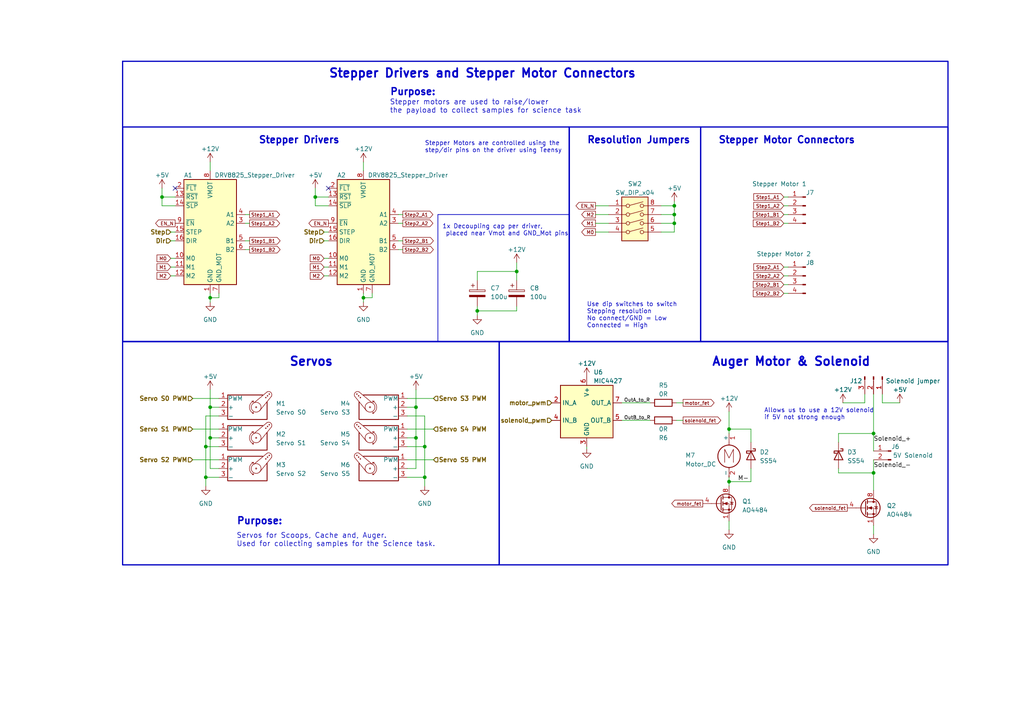
<source format=kicad_sch>
(kicad_sch (version 20231120) (generator "eeschema") (generator_version "8.0")
  (paper "A4")
  (title_block (date "2023-11-28") (rev "2") (company "Matthew Szalawiga"))
  (lib_symbols
    (symbol "Connector:Conn_01x02_Pin" (pin_names (offset 1.016) hide)
      (property "Reference" "J" (at 0 2.54 0))
      (property "Value" "Conn_01x02_Pin" (at 0 -5.08 0))
      (symbol "Conn_01x02_Pin_1_1"
        (polyline (pts (xy 1.27 -2.54) (xy 0.8636 -2.54)) (stroke (width 0.1524)))
        (polyline (pts (xy 1.27 0) (xy 0.8636 0)) (stroke (width 0.1524)))
        (rectangle (start 0.8636 -2.413) (end 0 -2.667) (stroke (width 0.1524)) (fill (type outline)))
        (rectangle (start 0.8636 0.127) (end 0 -0.127) (stroke (width 0.1524)) (fill (type outline)))
        (pin passive line (at 5.08 0 180) (length 3.81) (name "Pin_1") (number "1"))
        (pin passive line (at 5.08 -2.54 180) (length 3.81) (name "Pin_2") (number "2"))
      )
    )
    (symbol "Connector:Conn_01x03_Pin" (pin_names (offset 1.016) hide)
      (property "Reference" "J" (at 0 5.08 0))
      (property "Value" "Conn_01x03_Pin" (at 0 -5.08 0))
      (symbol "Conn_01x03_Pin_1_1"
        (polyline (pts (xy 1.27 -2.54) (xy 0.8636 -2.54)) (stroke (width 0.1524)))
        (polyline (pts (xy 1.27 0) (xy 0.8636 0)) (stroke (width 0.1524)))
        (polyline (pts (xy 1.27 2.54) (xy 0.8636 2.54)) (stroke (width 0.1524)))
        (rectangle (start 0.8636 -2.413) (end 0 -2.667) (stroke (width 0.1524)) (fill (type outline)))
        (rectangle (start 0.8636 0.127) (end 0 -0.127) (stroke (width 0.1524)) (fill (type outline)))
        (rectangle (start 0.8636 2.667) (end 0 2.413) (stroke (width 0.1524)) (fill (type outline)))
        (pin passive line (at 5.08 2.54 180) (length 3.81) (name "Pin_1") (number "1"))
        (pin passive line (at 5.08 0 180) (length 3.81) (name "Pin_2") (number "2"))
        (pin passive line (at 5.08 -2.54 180) (length 3.81) (name "Pin_3") (number "3"))
      )
    )
    (symbol "Connector:Conn_01x04_Pin" (pin_names (offset 1.016) hide)
      (property "Reference" "J" (at 0 5.08 0))
      (property "Value" "Conn_01x04_Pin" (at 0 -7.62 0))
      (symbol "Conn_01x04_Pin_1_1"
        (polyline (pts (xy 1.27 -5.08) (xy 0.8636 -5.08)) (stroke (width 0.1524)))
        (polyline (pts (xy 1.27 -2.54) (xy 0.8636 -2.54)) (stroke (width 0.1524)))
        (polyline (pts (xy 1.27 0) (xy 0.8636 0)) (stroke (width 0.1524)))
        (polyline (pts (xy 1.27 2.54) (xy 0.8636 2.54)) (stroke (width 0.1524)))
        (rectangle (start 0.8636 -4.953) (end 0 -5.207) (stroke (width 0.1524)) (fill (type outline)))
        (rectangle (start 0.8636 -2.413) (end 0 -2.667) (stroke (width 0.1524)) (fill (type outline)))
        (rectangle (start 0.8636 0.127) (end 0 -0.127) (stroke (width 0.1524)) (fill (type outline)))
        (rectangle (start 0.8636 2.667) (end 0 2.413) (stroke (width 0.1524)) (fill (type outline)))
        (pin passive line (at 5.08 2.54 180) (length 3.81) (name "Pin_1") (number "1"))
        (pin passive line (at 5.08 0 180) (length 3.81) (name "Pin_2") (number "2"))
        (pin passive line (at 5.08 -2.54 180) (length 3.81) (name "Pin_3") (number "3"))
        (pin passive line (at 5.08 -5.08 180) (length 3.81) (name "Pin_4") (number "4"))
      )
    )
    (symbol "Device:C_Polarized" (pin_numbers hide) (pin_names (offset 0.254))
      (property "Reference" "C" (at 0.635 2.54 0))
      (property "Value" "C_Polarized" (at 0.635 -2.54 0))
      (symbol "C_Polarized_0_1"
        (rectangle (start -2.286 0.508) (end 2.286 1.016))
        (polyline (pts (xy -1.778 2.286) (xy -0.762 2.286)))
        (polyline (pts (xy -1.27 2.794) (xy -1.27 1.778)))
        (rectangle (start 2.286 -0.508) (end -2.286 -1.016) (fill (type outline)))
      )
      (symbol "C_Polarized_1_1"
        (pin passive line (at 0 3.81 270) (length 2.794) (name "~") (number "1"))
        (pin passive line (at 0 -3.81 90) (length 2.794) (name "~") (number "2"))
      )
    )
    (symbol "Device:R" (pin_numbers hide) (pin_names (offset 0))
      (property "Reference" "R" (at 2.032 0 90))
      (property "Value" "R" (at 0 0 90))
      (symbol "R_0_1"
        (rectangle (start -1.016 -2.54) (end 1.016 2.54) (stroke (width 0.254)))
      )
      (symbol "R_1_1"
        (pin passive line (at 0 3.81 270) (length 1.27) (name "~") (number "1"))
        (pin passive line (at 0 -3.81 90) (length 1.27) (name "~") (number "2"))
      )
    )
    (symbol "Diode:B150-E3" (pin_numbers hide) (pin_names hide)
      (property "Reference" "D" (at 0 2.54 0))
      (property "Value" "B150-E3" (at 0 -2.54 0))
      (symbol "B150-E3_0_1"
        (polyline (pts (xy 1.27 0) (xy -1.27 0)))
        (polyline (pts (xy 1.27 1.27) (xy 1.27 -1.27) (xy -1.27 0) (xy 1.27 1.27)) (stroke (width 0.254)))
        (polyline (pts (xy -1.905 0.635) (xy -1.905 1.27) (xy -1.27 1.27) (xy -1.27 -1.27) (xy -0.635 -1.27) (xy -0.635 -0.635)) (stroke (width 0.254)))
      )
      (symbol "B150-E3_1_1"
        (pin passive line (at -3.81 0 0) (length 2.54) (name "K") (number "1"))
        (pin passive line (at 3.81 0 180) (length 2.54) (name "A") (number "2"))
      )
    )
    (symbol "Driver_FET:MIC4427"
      (property "Reference" "U" (at -7.62 8.89 0))
      (property "Value" "MIC4427" (at 1.27 8.89 0))
      (symbol "MIC4427_0_1"
        (rectangle (start -7.62 -7.62) (end 7.62 7.62) (stroke (width 0.254)) (fill (type background)))
      )
      (symbol "MIC4427_1_1"
        (pin no_connect line (at -7.62 0 0) (length 2.54) hide (name "NC") (number "1"))
        (pin input line (at -10.16 2.54 0) (length 2.54) (name "IN_A") (number "2"))
        (pin power_in line (at 0 -10.16 90) (length 2.54) (name "GND") (number "3"))
        (pin input line (at -10.16 -2.54 0) (length 2.54) (name "IN_B") (number "4"))
        (pin output line (at 10.16 -2.54 180) (length 2.54) (name "OUT_B") (number "5"))
        (pin power_in line (at 0 10.16 270) (length 2.54) (name "V+") (number "6"))
        (pin output line (at 10.16 2.54 180) (length 2.54) (name "OUT_A") (number "7"))
        (pin no_connect line (at 7.62 0 180) (length 2.54) hide (name "NC") (number "8"))
      )
    )
    (symbol "Driver_Motor:Pololu_Breakout_DRV8825"
      (property "Reference" "A2" (at 1.9559 16.51 0))
      (property "Value" "DRV8825_Stepper_Driver" (at 1.9559 13.97 0))
      (symbol "Pololu_Breakout_DRV8825_0_1"
        (rectangle (start 7.62 -17.78) (end -7.62 12.7) (stroke (width 0.254)) (fill (type background)))
      )
      (symbol "Pololu_Breakout_DRV8825_1_1"
        (pin power_in line (at 0 -20.32 90) (length 2.54) (name "GND") (number "1"))
        (pin input line (at -10.16 -10.16 0) (length 2.54) (name "M0") (number "10"))
        (pin input line (at -10.16 -12.7 0) (length 2.54) (name "M1") (number "11"))
        (pin input line (at -10.16 -15.24 0) (length 2.54) (name "M2") (number "12"))
        (pin input line (at -10.16 7.62 0) (length 2.54) (name "~{RST}") (number "13"))
        (pin input line (at -10.16 5.08 0) (length 2.54) (name "~{SLP}") (number "14"))
        (pin input line (at -10.16 -2.54 0) (length 2.54) (name "STEP") (number "15"))
        (pin input line (at -10.16 -5.08 0) (length 2.54) (name "DIR") (number "16"))
        (pin output line (at -10.16 10.16 0) (length 2.54) (name "~{FLT}") (number "2"))
        (pin output line (at 10.16 0 180) (length 2.54) (name "A2") (number "3"))
        (pin output line (at 10.16 2.54 180) (length 2.54) (name "A1") (number "4"))
        (pin output line (at 10.16 -5.08 180) (length 2.54) (name "B1") (number "5"))
        (pin output line (at 10.16 -7.62 180) (length 2.54) (name "B2") (number "6"))
        (pin power_in line (at 2.54 -20.32 90) (length 2.54) (name "GND_MOT") (number "7"))
        (pin power_in line (at 0 15.24 270) (length 2.54) (name "VMOT") (number "8"))
        (pin input line (at -10.16 0 0) (length 2.54) (name "~{EN}") (number "9"))
      )
    )
    (symbol "Motor:Motor_DC" (pin_names (offset 0))
      (property "Reference" "M" (at 2.54 2.54 0))
      (property "Value" "Motor_DC" (at 2.54 -5.08 0))
      (symbol "Motor_DC_0_0"
        (polyline (pts (xy -1.27 -3.302) (xy -1.27 0.508) (xy 0 -2.032) (xy 1.27 0.508) (xy 1.27 -3.302)))
      )
      (symbol "Motor_DC_0_1"
        (circle (center 0 -1.524) (radius 3.2512) (stroke (width 0.254)))
        (polyline (pts (xy 0 -7.62) (xy 0 -7.112)))
        (polyline (pts (xy 0 -4.7752) (xy 0 -5.1816)))
        (polyline (pts (xy 0 1.7272) (xy 0 2.0828)))
        (polyline (pts (xy 0 2.032) (xy 0 2.54)))
      )
      (symbol "Motor_DC_1_1"
        (pin passive line (at 0 5.08 270) (length 2.54) (name "+") (number "1"))
        (pin passive line (at 0 -7.62 90) (length 2.54) (name "-") (number "2"))
      )
    )
    (symbol "Motor:Motor_Servo" (pin_names (offset 0.0254))
      (property "Reference" "M" (at -5.08 4.445 0))
      (property "Value" "Motor_Servo" (at -5.08 -4.064 0))
      (symbol "Motor_Servo_0_1"
        (polyline (pts (xy 2.413 -1.778) (xy 2.032 -1.778)))
        (polyline (pts (xy 2.413 -1.778) (xy 2.286 -1.397)))
        (polyline (pts (xy 2.413 1.778) (xy 1.905 1.778)))
        (polyline (pts (xy 2.413 1.778) (xy 2.286 1.397)))
        (polyline (pts (xy 6.35 4.445) (xy 2.54 1.27)))
        (polyline (pts (xy 7.62 3.175) (xy 4.191 -1.016)))
        (polyline (pts (xy 5.08 3.556) (xy -5.08 3.556) (xy -5.08 -3.556) (xy 6.35 -3.556) (xy 6.35 1.524)) (stroke (width 0.254)))
        (arc (start 2.413 1.778) (mid 1.2406 0) (end 2.413 -1.778))
        (circle (center 3.175 0) (radius 0.1778))
        (circle (center 3.175 0) (radius 1.4224))
        (circle (center 5.969 2.794) (radius 0.127))
        (circle (center 6.477 3.302) (radius 0.127))
        (circle (center 6.985 3.81) (radius 0.127))
        (arc (start 7.62 3.175) (mid 7.4485 4.2735) (end 6.35 4.445))
      )
      (symbol "Motor_Servo_1_1"
        (pin passive line (at -7.62 2.54 0) (length 2.54) (name "PWM") (number "1"))
        (pin passive line (at -7.62 0 0) (length 2.54) (name "+") (number "2"))
        (pin passive line (at -7.62 -2.54 0) (length 2.54) (name "-") (number "3"))
      )
    )
    (symbol "Pololu_Breakout_DRV8825_1"
      (property "Reference" "A1" (at -1.9559 16.51 0))
      (property "Value" "DRV8825_Stepper_Driver" (at -1.9559 13.97 0))
      (symbol "Pololu_Breakout_DRV8825_1_0_1"
        (rectangle (start 7.62 -17.78) (end -7.62 12.7) (stroke (width 0.254)) (fill (type background)))
      )
      (symbol "Pololu_Breakout_DRV8825_1_1_1"
        (pin power_in line (at 0 -20.32 90) (length 2.54) (name "GND") (number "1"))
        (pin input line (at -10.16 -10.16 0) (length 2.54) (name "M0") (number "10"))
        (pin input line (at -10.16 -12.7 0) (length 2.54) (name "M1") (number "11"))
        (pin input line (at -10.16 -15.24 0) (length 2.54) (name "M2") (number "12"))
        (pin input line (at -10.16 7.62 0) (length 2.54) (name "~{RST}") (number "13"))
        (pin input line (at -10.16 5.08 0) (length 2.54) (name "~{SLP}") (number "14"))
        (pin input line (at -10.16 -2.54 0) (length 2.54) (name "STEP") (number "15"))
        (pin input line (at -10.16 -5.08 0) (length 2.54) (name "DIR") (number "16"))
        (pin output line (at -10.16 10.16 0) (length 2.54) (name "~{FLT}") (number "2"))
        (pin output line (at 10.16 0 180) (length 2.54) (name "A2") (number "3"))
        (pin output line (at 10.16 2.54 180) (length 2.54) (name "A1") (number "4"))
        (pin output line (at 10.16 -5.08 180) (length 2.54) (name "B1") (number "5"))
        (pin output line (at 10.16 -7.62 180) (length 2.54) (name "B2") (number "6"))
        (pin power_in line (at 2.54 -20.32 90) (length 2.54) (name "GND_MOT") (number "7"))
        (pin power_in line (at 0 15.24 270) (length 2.54) (name "VMOT") (number "8"))
        (pin input line (at -10.16 0 0) (length 2.54) (name "~{EN}") (number "9"))
      )
    )
    (symbol "Switch:SW_DIP_x04" (pin_names (offset 0) hide)
      (property "Reference" "SW" (at 0 8.89 0))
      (property "Value" "SW_DIP_x04" (at 0 -6.35 0))
      (symbol "SW_DIP_x04_0_0"
        (circle (center -2.032 -2.54) (radius 0.508))
        (circle (center -2.032 0) (radius 0.508))
        (circle (center -2.032 2.54) (radius 0.508))
        (circle (center -2.032 5.08) (radius 0.508))
        (polyline (pts (xy -1.524 -2.3876) (xy 2.3622 -1.3462)))
        (polyline (pts (xy -1.524 0.127) (xy 2.3622 1.1684)))
        (polyline (pts (xy -1.524 2.667) (xy 2.3622 3.7084)))
        (polyline (pts (xy -1.524 5.207) (xy 2.3622 6.2484)))
        (circle (center 2.032 -2.54) (radius 0.508))
        (circle (center 2.032 0) (radius 0.508))
        (circle (center 2.032 2.54) (radius 0.508))
        (circle (center 2.032 5.08) (radius 0.508))
      )
      (symbol "SW_DIP_x04_0_1"
        (rectangle (start -3.81 7.62) (end 3.81 -5.08) (stroke (width 0.254)) (fill (type background)))
      )
      (symbol "SW_DIP_x04_1_1"
        (pin passive line (at -7.62 5.08 0) (length 5.08) (name "~") (number "1"))
        (pin passive line (at -7.62 2.54 0) (length 5.08) (name "~") (number "2"))
        (pin passive line (at -7.62 0 0) (length 5.08) (name "~") (number "3"))
        (pin passive line (at -7.62 -2.54 0) (length 5.08) (name "~") (number "4"))
        (pin passive line (at 7.62 -2.54 180) (length 5.08) (name "~") (number "5"))
        (pin passive line (at 7.62 0 180) (length 5.08) (name "~") (number "6"))
        (pin passive line (at 7.62 2.54 180) (length 5.08) (name "~") (number "7"))
        (pin passive line (at 7.62 5.08 180) (length 5.08) (name "~") (number "8"))
      )
    )
    (symbol "Transistor_FET:FDS2734" (pin_names hide)
      (property "Reference" "Q" (at 5.08 2.54 0))
      (property "Value" "FDS2734" (at 5.08 0 0))
      (symbol "FDS2734_0_1"
        (polyline (pts (xy 0.254 0) (xy -2.54 0)))
        (polyline (pts (xy 0.254 1.905) (xy 0.254 -1.905)) (stroke (width 0.254)))
        (polyline (pts (xy 0.762 -1.27) (xy 0.762 -2.286)) (stroke (width 0.254)))
        (polyline (pts (xy 0.762 0.508) (xy 0.762 -0.508)) (stroke (width 0.254)))
        (polyline (pts (xy 0.762 2.286) (xy 0.762 1.27)) (stroke (width 0.254)))
        (polyline (pts (xy 2.54 2.54) (xy 2.54 1.778)))
        (polyline (pts (xy 2.54 -2.54) (xy 2.54 0) (xy 0.762 0)))
        (polyline (pts (xy 0.762 -1.778) (xy 3.302 -1.778) (xy 3.302 1.778) (xy 0.762 1.778)))
        (polyline (pts (xy 1.016 0) (xy 2.032 0.381) (xy 2.032 -0.381) (xy 1.016 0)) (fill (type outline)))
        (polyline (pts (xy 2.794 0.508) (xy 2.921 0.381) (xy 3.683 0.381) (xy 3.81 0.254)))
        (polyline (pts (xy 3.302 0.381) (xy 2.921 -0.254) (xy 3.683 -0.254) (xy 3.302 0.381)))
        (circle (center 1.651 0) (radius 2.794) (stroke (width 0.254)))
        (circle (center 2.54 -1.778) (radius 0.254) (fill (type outline)))
        (circle (center 2.54 1.778) (radius 0.254) (fill (type outline)))
      )
      (symbol "FDS2734_1_1"
        (pin passive line (at 2.54 -5.08 90) (length 2.54) (name "S") (number "1"))
        (pin passive line (at 2.54 -5.08 90) (length 2.54) hide (name "S") (number "2"))
        (pin passive line (at 2.54 -5.08 90) (length 2.54) hide (name "S") (number "3"))
        (pin input line (at -5.08 0 0) (length 2.54) (name "G") (number "4"))
        (pin passive line (at 2.54 5.08 270) (length 2.54) hide (name "D") (number "5"))
        (pin passive line (at 2.54 5.08 270) (length 2.54) hide (name "D") (number "6"))
        (pin passive line (at 2.54 5.08 270) (length 2.54) hide (name "D") (number "7"))
        (pin passive line (at 2.54 5.08 270) (length 2.54) (name "D") (number "8"))
      )
    )
    (symbol "power:+12V" (power) (pin_names (offset 0))
      (property "Value" "+12V" (at 0 3.556 0))
      (symbol "+12V_0_1"
        (polyline (pts (xy -0.762 1.27) (xy 0 2.54)))
        (polyline (pts (xy 0 0) (xy 0 2.54)))
        (polyline (pts (xy 0 2.54) (xy 0.762 1.27)))
      )
      (symbol "+12V_1_1"
        (pin power_in line (at 0 0 90) (length 0) hide (name "+12V") (number "1"))
      )
    )
    (symbol "power:+5V" (power) (pin_names (offset 0))
      (property "Value" "+5V" (at 0 3.556 0))
      (symbol "+5V_0_1"
        (polyline (pts (xy -0.762 1.27) (xy 0 2.54)))
        (polyline (pts (xy 0 0) (xy 0 2.54)))
        (polyline (pts (xy 0 2.54) (xy 0.762 1.27)))
      )
      (symbol "+5V_1_1"
        (pin power_in line (at 0 0 90) (length 0) hide (name "+5V") (number "1"))
      )
    )
    (symbol "power:GND" (power) (pin_names (offset 0))
      (property "Value" "GND" (at 0 -3.81 0))
      (symbol "GND_0_1"
        (polyline (pts (xy 0 0) (xy 0 -1.27) (xy 1.27 -1.27) (xy 0 -2.54) (xy -1.27 -1.27) (xy 0 -1.27)))
      )
      (symbol "GND_1_1"
        (pin power_in line (at 0 0 270) (length 0) hide (name "GND") (number "1"))
      )
    )
  )
  (junction (at 120.65 127))
  (junction (at 195.58 64.77))
  (junction (at 211.455 124.46))
  (junction (at 253.365 125.73))
  (junction (at 138.43 90.17))
  (junction (at 195.58 59.69))
  (junction (at 123.19 138.43))
  (junction (at 46.99 57.15))
  (junction (at 195.58 62.23))
  (junction (at 91.44 57.15))
  (junction (at 60.96 118.11))
  (junction (at 120.65 118.11))
  (junction (at 60.96 127))
  (junction (at 59.69 129.54))
  (junction (at 123.19 129.54))
  (junction (at 60.96 86.36))
  (junction (at 211.455 139.7))
  (junction (at 105.41 86.36))
  (junction (at 149.86 78.74))
  (junction (at 253.365 137.16))
  (junction (at 59.69 138.43))
  (no_connect (at 95.25 54.61))
  (no_connect (at 50.8 54.61))
  (wire (pts (xy 118.11 129.54) (xy 123.19 129.54)))
  (wire (pts (xy 138.43 78.74) (xy 149.86 78.74)))
  (wire (pts (xy 253.365 137.16) (xy 253.365 142.24)))
  (wire (pts (xy 107.95 86.36) (xy 105.41 86.36)))
  (wire (pts (xy 55.88 124.46) (xy 63.5 124.46)))
  (wire (pts (xy 118.11 120.65) (xy 123.19 120.65)))
  (wire (pts (xy 116.84 72.39) (xy 115.57 72.39)))
  (wire (pts (xy 253.365 130.81) (xy 253.365 125.73)))
  (wire (pts (xy 227.33 64.77) (xy 228.6 64.77)))
  (wire (pts (xy 63.5 86.36) (xy 60.96 86.36)))
  (wire (pts (xy 227.33 85.09) (xy 228.6 85.09)))
  (wire (pts (xy 138.43 88.9) (xy 138.43 90.17)))
  (wire (pts (xy 91.44 57.15) (xy 91.44 54.61)))
  (wire (pts (xy 149.86 88.9) (xy 149.86 90.17)))
  (wire (pts (xy 123.19 120.65) (xy 123.19 129.54)))
  (wire (pts (xy 118.11 127) (xy 120.65 127)))
  (wire (pts (xy 116.84 62.23) (xy 115.57 62.23)))
  (wire (pts (xy 95.25 57.15) (xy 91.44 57.15)))
  (wire (pts (xy 196.215 121.92) (xy 198.12 121.92)))
  (wire (pts (xy 243.205 135.89) (xy 243.205 137.16)))
  (wire (pts (xy 120.65 135.89) (xy 120.65 127)))
  (wire (pts (xy 55.88 115.57) (xy 63.5 115.57)))
  (wire (pts (xy 118.11 135.89) (xy 120.65 135.89)))
  (wire (pts (xy 60.96 118.11) (xy 60.96 127)))
  (wire (pts (xy 211.455 119.38) (xy 211.455 124.46)))
  (wire (pts (xy 255.905 116.84) (xy 260.985 116.84)))
  (wire (pts (xy 63.5 135.89) (xy 60.96 135.89)))
  (wire (pts (xy 217.805 124.46) (xy 217.805 128.27)))
  (wire (pts (xy 93.98 69.85) (xy 95.25 69.85)))
  (wire (pts (xy 195.58 67.31) (xy 195.58 64.77)))
  (wire (pts (xy 105.41 46.99) (xy 105.41 49.53)))
  (wire (pts (xy 149.86 78.74) (xy 149.86 81.28)))
  (wire (pts (xy 46.99 59.69) (xy 46.99 57.15)))
  (wire (pts (xy 60.96 113.03) (xy 60.96 118.11)))
  (wire (pts (xy 125.73 133.35) (xy 118.11 133.35)))
  (wire (pts (xy 60.96 86.36) (xy 60.96 87.63)))
  (wire (pts (xy 59.69 138.43) (xy 59.69 140.97)))
  (wire (pts (xy 172.72 59.69) (xy 176.53 59.69)))
  (wire (pts (xy 63.5 138.43) (xy 59.69 138.43)))
  (wire (pts (xy 227.33 59.69) (xy 228.6 59.69)))
  (wire (pts (xy 105.41 85.09) (xy 105.41 86.36)))
  (wire (pts (xy 253.365 152.4) (xy 253.365 154.94)))
  (wire (pts (xy 198.12 116.84) (xy 196.215 116.84)))
  (wire (pts (xy 118.11 138.43) (xy 123.19 138.43)))
  (wire (pts (xy 172.72 64.77) (xy 176.53 64.77)))
  (wire (pts (xy 59.69 129.54) (xy 59.69 138.43)))
  (wire (pts (xy 91.44 59.69) (xy 91.44 57.15)))
  (wire (pts (xy 255.905 114.3) (xy 255.905 116.84)))
  (wire (pts (xy 63.5 85.09) (xy 63.5 86.36)))
  (wire (pts (xy 195.58 62.23) (xy 195.58 59.69)))
  (wire (pts (xy 60.96 85.09) (xy 60.96 86.36)))
  (wire (pts (xy 138.43 81.28) (xy 138.43 78.74)))
  (wire (pts (xy 125.73 115.57) (xy 118.11 115.57)))
  (wire (pts (xy 93.98 67.31) (xy 95.25 67.31)))
  (wire (pts (xy 63.5 129.54) (xy 59.69 129.54)))
  (wire (pts (xy 49.53 77.47) (xy 50.8 77.47)))
  (wire (pts (xy 63.5 118.11) (xy 60.96 118.11)))
  (wire (pts (xy 180.34 121.92) (xy 188.595 121.92)))
  (wire (pts (xy 116.84 69.85) (xy 115.57 69.85)))
  (wire (pts (xy 227.33 57.15) (xy 228.6 57.15)))
  (wire (pts (xy 105.41 86.36) (xy 105.41 87.63)))
  (wire (pts (xy 63.5 127) (xy 60.96 127)))
  (wire (pts (xy 93.98 74.93) (xy 95.25 74.93)))
  (wire (pts (xy 125.73 124.46) (xy 118.11 124.46)))
  (wire (pts (xy 170.18 129.54) (xy 170.18 130.175)))
  (wire (pts (xy 149.86 76.2) (xy 149.86 78.74)))
  (wire (pts (xy 72.39 69.85) (xy 71.12 69.85)))
  (wire (pts (xy 60.96 127) (xy 60.96 135.89)))
  (wire (pts (xy 49.53 80.01) (xy 50.8 80.01)))
  (wire (pts (xy 46.99 57.15) (xy 46.99 54.61)))
  (wire (pts (xy 188.595 116.84) (xy 180.34 116.84)))
  (wire (pts (xy 138.43 90.17) (xy 138.43 91.44)))
  (wire (pts (xy 253.365 133.35) (xy 253.365 137.16)))
  (wire (pts (xy 107.95 85.09) (xy 107.95 86.36)))
  (wire (pts (xy 93.98 77.47) (xy 95.25 77.47)))
  (wire (pts (xy 211.455 139.7) (xy 211.455 140.97)))
  (wire (pts (xy 72.39 64.77) (xy 71.12 64.77)))
  (wire (pts (xy 49.53 67.31) (xy 50.8 67.31)))
  (wire (pts (xy 211.455 151.13) (xy 211.455 153.67)))
  (wire (pts (xy 118.11 118.11) (xy 120.65 118.11)))
  (wire (pts (xy 50.8 59.69) (xy 46.99 59.69)))
  (wire (pts (xy 123.19 138.43) (xy 123.19 140.97)))
  (wire (pts (xy 172.72 62.23) (xy 176.53 62.23)))
  (wire (pts (xy 95.25 59.69) (xy 91.44 59.69)))
  (wire (pts (xy 50.8 57.15) (xy 46.99 57.15)))
  (wire (pts (xy 63.5 120.65) (xy 59.69 120.65)))
  (wire (pts (xy 149.86 90.17) (xy 138.43 90.17)))
  (wire (pts (xy 227.33 62.23) (xy 228.6 62.23)))
  (wire (pts (xy 55.88 133.35) (xy 63.5 133.35)))
  (wire (pts (xy 227.33 80.01) (xy 228.6 80.01)))
  (wire (pts (xy 217.805 135.89) (xy 217.805 139.7)))
  (wire (pts (xy 253.365 114.3) (xy 253.365 125.73)))
  (wire (pts (xy 49.53 69.85) (xy 50.8 69.85)))
  (wire (pts (xy 120.65 113.03) (xy 120.65 118.11)))
  (wire (pts (xy 191.77 59.69) (xy 195.58 59.69)))
  (wire (pts (xy 195.58 59.69) (xy 195.58 58.42)))
  (wire (pts (xy 211.455 138.43) (xy 211.455 139.7)))
  (wire (pts (xy 250.825 116.84) (xy 250.825 114.3)))
  (wire (pts (xy 191.77 64.77) (xy 195.58 64.77)))
  (wire (pts (xy 227.33 77.47) (xy 228.6 77.47)))
  (wire (pts (xy 195.58 64.77) (xy 195.58 62.23)))
  (wire (pts (xy 211.455 124.46) (xy 217.805 124.46)))
  (wire (pts (xy 49.53 74.93) (xy 50.8 74.93)))
  (wire (pts (xy 191.77 67.31) (xy 195.58 67.31)))
  (wire (pts (xy 93.98 80.01) (xy 95.25 80.01)))
  (wire (pts (xy 253.365 125.73) (xy 243.205 125.73)))
  (wire (pts (xy 172.72 67.31) (xy 176.53 67.31)))
  (wire (pts (xy 60.96 46.99) (xy 60.96 49.53)))
  (wire (pts (xy 59.69 120.65) (xy 59.69 129.54)))
  (wire (pts (xy 253.365 137.16) (xy 243.205 137.16)))
  (wire (pts (xy 211.455 125.73) (xy 211.455 124.46)))
  (wire (pts (xy 244.475 116.84) (xy 250.825 116.84)))
  (wire (pts (xy 72.39 72.39) (xy 71.12 72.39)))
  (wire (pts (xy 243.205 125.73) (xy 243.205 128.27)))
  (wire (pts (xy 217.805 139.7) (xy 211.455 139.7)))
  (wire (pts (xy 123.19 129.54) (xy 123.19 138.43)))
  (wire (pts (xy 72.39 62.23) (xy 71.12 62.23)))
  (wire (pts (xy 191.77 62.23) (xy 195.58 62.23)))
  (wire (pts (xy 120.65 118.11) (xy 120.65 127)))
  (wire (pts (xy 116.84 64.77) (xy 115.57 64.77)))
  (wire (pts (xy 227.33 82.55) (xy 228.6 82.55)))
  (rectangle (start 165.1 36.83) (end 203.2 99.06) (stroke (width 0.35)))
  (rectangle (start 35.56 36.83) (end 165.1 99.06) (stroke (width 0.35)))
  (rectangle (start 127 62.23) (end 165.1 99.06) (stroke (width 0.2)))
  (rectangle (start 35.56 99.06) (end 144.78 163.83) (stroke (width 0.35)))
  (rectangle (start 203.2 36.83) (end 274.955 99.06) (stroke (width 0.35)))
  (rectangle (start 144.78 99.06) (end 274.955 163.83) (stroke (width 0.35)))
  (rectangle (start 35.56 17.78) (end 274.955 99.06) (stroke (width 0.35)))
  (text "Stepper motors are used to raise/lower\nthe payload to collect samples for science task" (at 113.03 33.02 0) (effects (font (size 1.5 1.5)) (justify left bottom)))
  (text "Servos for Scoops, Cache and, Auger. \nUsed for collecting samples for the Science task.\n" (at 68.58 158.75 0) (effects (font (size 1.5 1.5)) (justify left bottom)))
  (text "Use dip switches to switch \nStepping resolution\nNo connect/GND = Low\nConnected = High\n" (at 170.18 95.25 0) (effects (font (size 1.27 1.27)) (justify left bottom)))
  (text "1x Decoupling cap per driver,\n placed near Vmot and GND_Mot pins" (at 128.27 68.58 0) (effects (font (size 1.27 1.27)) (justify left bottom)))
  (text "Purpose:" (at 68.58 152.4 0) (effects (font (size 2 2) (thickness 0.4) (bold yes)) (justify left bottom)))
  (text "Servos\n\n" (at 83.82 110.49 0) (effects (font (size 2.5 2.5) (thickness 0.5) (bold yes)) (justify left bottom)))
  (text "Resolution Jumpers" (at 170.18 41.91 0) (effects (font (size 2 2) (thickness 0.4) (bold yes)) (justify left bottom)))
  (text "Stepper Motor Connectors\n" (at 208.28 41.91 0) (effects (font (size 2 2) (thickness 0.4) (bold yes)) (justify left bottom)))
  (text "Stepper Motors are controlled using the \nstep/dir pins on the driver using Teensy" (at 123.19 44.45 0) (effects (font (size 1.27 1.27)) (justify left bottom)))
  (text "Stepper Drivers and Stepper Motor Connectors" (at 95.25 22.86 0) (effects (font (size 2.5 2.5) (bold yes)) (justify left bottom)))
  (text "Stepper Drivers" (at 74.93 41.91 0) (effects (font (size 2 2) (thickness 0.4) (bold yes)) (justify left bottom)))
  (text "Auger Motor & Solenoid\n\n" (at 206.375 110.49 0) (effects (font (size 2.5 2.5) (thickness 0.5) (bold yes)) (justify left bottom)))
  (text "Allows us to use a 12V solenoid \nif 5V not strong enough\n" (at 221.615 121.92 0) (effects (font (size 1.27 1.27)) (justify left bottom)))
  (text "Purpose:" (at 113.03 27.94 0) (effects (font (size 2 2) (thickness 0.4) (bold yes)) (justify left bottom)))
  (label "Solenoid_+" (at 253.365 128.27 0))
  (label "Solenoid_-" (at 253.365 135.89 0))
  (label "M-" (at 213.995 139.7 0))
  (label "OutA_to_R" (at 180.975 116.84 0) (effects (font (size 1 1))))
  (label "OutB_to_R" (at 180.975 121.92 0) (effects (font (size 1 1))))
  (global_label "Step2_A2" (shape output) (at 116.84 64.77 0) (effects (font (size 1 1))) (property "Intersheetrefs" "${INTERSHEET_REFS}" (effects (hide yes))))
  (global_label "motor_fet" (shape output) (at 203.835 146.05 180) (effects (font (size 1 1))) (property "Intersheetrefs" "${INTERSHEET_REFS}" (effects (hide yes))))
  (global_label "M0" (shape input) (at 93.98 74.93 180) (effects (font (size 1 1))) (property "Intersheetrefs" "${INTERSHEET_REFS}" (effects (hide yes))))
  (global_label "Step2_B2" (shape output) (at 116.84 72.39 0) (effects (font (size 1 1))) (property "Intersheetrefs" "${INTERSHEET_REFS}" (effects (hide yes))))
  (global_label "Step1_A2" (shape output) (at 72.39 64.77 0) (effects (font (size 1 1))) (property "Intersheetrefs" "${INTERSHEET_REFS}" (effects (hide yes))))
  (global_label "EN_N" (shape output) (at 50.8 64.77 180) (effects (font (size 1 1))) (property "Intersheetrefs" "${INTERSHEET_REFS}" (effects (hide yes))))
  (global_label "M1" (shape input) (at 49.53 77.47 180) (effects (font (size 1 1))) (property "Intersheetrefs" "${INTERSHEET_REFS}" (effects (hide yes))))
  (global_label "M2" (shape input) (at 49.53 80.01 180) (effects (font (size 1 1))) (property "Intersheetrefs" "${INTERSHEET_REFS}" (effects (hide yes))))
  (global_label "Step2_A1" (shape input) (at 227.33 77.47 180) (effects (font (size 1 1))) (property "Intersheetrefs" "${INTERSHEET_REFS}" (effects (hide yes))))
  (global_label "M0" (shape input) (at 49.53 74.93 180) (effects (font (size 1 1))) (property "Intersheetrefs" "${INTERSHEET_REFS}" (effects (hide yes))))
  (global_label "Step2_A1" (shape output) (at 116.84 62.23 0) (effects (font (size 1 1))) (property "Intersheetrefs" "${INTERSHEET_REFS}" (effects (hide yes))))
  (global_label "M2" (shape output) (at 172.72 62.23 180) (effects (font (size 1 1))) (property "Intersheetrefs" "${INTERSHEET_REFS}" (effects (hide yes))))
  (global_label "Step1_A1" (shape input) (at 227.33 57.15 180) (effects (font (size 1 1))) (property "Intersheetrefs" "${INTERSHEET_REFS}" (effects (hide yes))))
  (global_label "Step1_B2" (shape output) (at 72.39 72.39 0) (effects (font (size 1 1))) (property "Intersheetrefs" "${INTERSHEET_REFS}" (effects (hide yes))))
  (global_label "Step1_B1" (shape input) (at 227.33 62.23 180) (effects (font (size 1 1))) (property "Intersheetrefs" "${INTERSHEET_REFS}" (effects (hide yes))))
  (global_label "Step1_B2" (shape input) (at 227.33 64.77 180) (effects (font (size 1 1))) (property "Intersheetrefs" "${INTERSHEET_REFS}" (effects (hide yes))))
  (global_label "M1" (shape output) (at 172.72 64.77 180) (effects (font (size 1 1))) (property "Intersheetrefs" "${INTERSHEET_REFS}" (effects (hide yes))))
  (global_label "Step2_B2" (shape input) (at 227.33 85.09 180) (effects (font (size 1 1))) (property "Intersheetrefs" "${INTERSHEET_REFS}" (effects (hide yes))))
  (global_label "Step1_A2" (shape input) (at 227.33 59.69 180) (effects (font (size 1 1))) (property "Intersheetrefs" "${INTERSHEET_REFS}" (effects (hide yes))))
  (global_label "EN_N" (shape output) (at 95.25 64.77 180) (effects (font (size 1 1))) (property "Intersheetrefs" "${INTERSHEET_REFS}" (effects (hide yes))))
  (global_label "solenoid_fet" (shape output) (at 245.745 147.32 180) (effects (font (size 1 1))) (property "Intersheetrefs" "${INTERSHEET_REFS}" (effects (hide yes))))
  (global_label "M0" (shape output) (at 172.72 67.31 180) (effects (font (size 1 1))) (property "Intersheetrefs" "${INTERSHEET_REFS}" (effects (hide yes))))
  (global_label "EN_N" (shape output) (at 172.72 59.69 180) (effects (font (size 1 1))) (property "Intersheetrefs" "${INTERSHEET_REFS}" (effects (hide yes))))
  (global_label "M2" (shape input) (at 93.98 80.01 180) (effects (font (size 1 1))) (property "Intersheetrefs" "${INTERSHEET_REFS}" (effects (hide yes))))
  (global_label "Step1_B1" (shape output) (at 72.39 69.85 0) (effects (font (size 1 1))) (property "Intersheetrefs" "${INTERSHEET_REFS}" (effects (hide yes))))
  (global_label "Step2_B1" (shape input) (at 227.33 82.55 180) (effects (font (size 1 1))) (property "Intersheetrefs" "${INTERSHEET_REFS}" (effects (hide yes))))
  (global_label "solenoid_fet" (shape output) (at 198.12 121.92 0) (effects (font (size 1 1))) (property "Intersheetrefs" "${INTERSHEET_REFS}" (effects (hide yes))))
  (global_label "Step2_A2" (shape input) (at 227.33 80.01 180) (effects (font (size 1 1))) (property "Intersheetrefs" "${INTERSHEET_REFS}" (effects (hide yes))))
  (global_label "Step1_A1" (shape output) (at 72.39 62.23 0) (effects (font (size 1 1))) (property "Intersheetrefs" "${INTERSHEET_REFS}" (effects (hide yes))))
  (global_label "M1" (shape input) (at 93.98 77.47 180) (effects (font (size 1 1))) (property "Intersheetrefs" "${INTERSHEET_REFS}" (effects (hide yes))))
  (global_label "motor_fet" (shape output) (at 198.12 116.84 0) (effects (font (size 1 1))) (property "Intersheetrefs" "${INTERSHEET_REFS}" (effects (hide yes))))
  (global_label "Step2_B1" (shape output) (at 116.84 69.85 0) (effects (font (size 1 1))) (property "Intersheetrefs" "${INTERSHEET_REFS}" (effects (hide yes))))
  (hierarchical_label "Servo S5 PWM" (shape input) (at 125.73 133.35 0) (effects (font (bold yes))))
  (hierarchical_label "Servo S0 PWM" (shape input) (at 55.88 115.57 180) (effects (font (bold yes))))
  (hierarchical_label "Servo S3 PWM" (shape input) (at 125.73 115.57 0) (effects (font (bold yes))))
  (hierarchical_label "solenoid_pwm" (shape input) (at 160.02 121.92 180) (effects (font (bold yes))))
  (hierarchical_label "Servo S4 PWM" (shape input) (at 125.73 124.46 0) (effects (font (bold yes))))
  (hierarchical_label "motor_pwm" (shape input) (at 160.02 116.84 180) (effects (font (bold yes))))
  (hierarchical_label "Step" (shape input) (at 93.98 67.31 180) (effects (font (bold yes))))
  (hierarchical_label "Dir" (shape input) (at 49.53 69.85 180) (effects (font (bold yes))))
  (hierarchical_label "Servo S2 PWM" (shape input) (at 55.88 133.35 180) (effects (font (bold yes))))
  (hierarchical_label "Servo S1 PWM" (shape input) (at 55.88 124.46 180) (effects (font (bold yes))))
  (hierarchical_label "Step" (shape input) (at 49.53 67.31 180) (effects (font (bold yes))))
  (hierarchical_label "Dir" (shape input) (at 93.98 69.85 180) (effects (font (bold yes))))
  (symbol (lib_id "power:+5V") (at 195.58 58.42 0) (unit 1)
    (property "Reference" "#PWR010" (effects (hide yes)))
    (property "Value" "+5V" (at 195.58 54.61 0))
  )
  (symbol (lib_id "Transistor_FET:FDS2734") (at 250.825 147.32 0) (unit 1)
    (property "Reference" "Q2" (at 257.175 146.685 0) (effects (justify left)))
    (property "Value" "AO4484" (at 257.175 149.225 0) (effects (justify left)))
    (property "Footprint" "Package_SO:SOIC-8_3.9x4.9mm_P1.27mm" (effects (hide yes)))
    (property "Datasheet" "http://www.onsemi.com/pub/Collateral/FDS2734-D.pdf" (effects (hide yes)))
  )
  (symbol (lib_id "Connector:Conn_01x03_Pin") (at 253.365 109.22 270) (unit 1)
    (property "Reference" "J12" (at 248.285 110.49 90))
    (property "Value" "Solenoid jumper" (at 264.795 110.49 90))
    (property "Footprint" "Connector_PinHeader_2.54mm:PinHeader_1x03_P2.54mm_Vertical" (effects (hide yes)))
  )
  (symbol (lib_id "Device:R") (at 192.405 116.84 90) (unit 1)
    (property "Reference" "R5" (at 192.405 111.76 90))
    (property "Value" "0R" (at 192.405 114.3 90))
    (property "Footprint" "Resistor_SMD:R_0805_2012Metric" (effects (hide yes)))
  )
  (symbol (lib_id "power:+12V") (at 170.18 109.22 0) (unit 1)
    (property "Reference" "#PWR048" (effects (hide yes)))
    (property "Value" "+12V" (at 170.18 105.41 0))
  )
  (symbol (lib_id "power:GND") (at 211.455 153.67 0) (unit 1)
    (property "Reference" "#PWR019" (effects (hide yes)))
    (property "Value" "GND" (at 211.455 158.75 0))
  )
  (symbol (lib_id "power:+5V") (at 60.96 113.03 0) (unit 1)
    (property "Reference" "#PWR024" (effects (hide yes)))
    (property "Value" "+5V" (at 60.96 109.22 0))
  )
  (symbol (lib_id "power:+5V") (at 260.985 116.84 0) (unit 1)
    (property "Reference" "#PWR016" (effects (hide yes)))
    (property "Value" "+5V" (at 260.985 113.03 0))
  )
  (symbol (lib_id "power:GND") (at 170.18 130.175 0) (unit 1)
    (property "Reference" "#PWR047" (effects (hide yes)))
    (property "Value" "GND" (at 170.18 135.255 0))
  )
  (symbol (lib_id "power:GND") (at 60.96 87.63 0) (unit 1)
    (property "Reference" "#PWR02" (effects (hide yes)))
    (property "Value" "GND" (at 60.96 92.71 0))
  )
  (symbol (lib_id "Connector:Conn_01x04_Pin") (at 233.68 80.01 0) (mirror y) (unit 1)
    (property "Reference" "J8" (at 234.95 76.2 0))
    (property "Value" "Stepper Motor 2" (at 227.33 73.66 0))
    (property "Footprint" "Connector_JST:JST_XA_B04B-XASK-1-A_1x04_P2.50mm_Vertical" (effects (hide yes)))
  )
  (symbol (lib_id "power:+5V") (at 91.44 54.61 0) (unit 1)
    (property "Reference" "#PWR012" (effects (hide yes)))
    (property "Value" "+5V" (at 91.44 50.8 0))
  )
  (symbol (lib_id "power:GND") (at 59.69 140.97 0) (unit 1)
    (property "Reference" "#PWR021" (effects (hide yes)))
    (property "Value" "GND" (at 59.69 146.05 0))
  )
  (symbol (lib_id "Switch:SW_DIP_x04") (at 184.15 64.77 0) (unit 1)
    (property "Reference" "SW2" (at 184.15 53.34 0))
    (property "Value" "SW_DIP_x04" (at 184.15 55.88 0))
    (property "Footprint" "Button_Switch_THT:DIP8_210-4_CTS" (effects (hide yes)))
  )
  (symbol (lib_id "Connector:Conn_01x04_Pin") (at 233.68 59.69 0) (mirror y) (unit 1)
    (property "Reference" "J7" (at 234.95 55.88 0))
    (property "Value" "Stepper Motor 1" (at 226.06 53.34 0))
    (property "Footprint" "Connector_JST:JST_XA_B04B-XASK-1-A_1x04_P2.50mm_Vertical" (effects (hide yes)))
  )
  (symbol (lib_id "power:GND") (at 105.41 87.63 0) (unit 1)
    (property "Reference" "#PWR03" (effects (hide yes)))
    (property "Value" "GND" (at 105.41 92.71 0))
  )
  (symbol (lib_name "Pololu_Breakout_DRV8825_1") (lib_id "Driver_Motor:Pololu_Breakout_DRV8825") (at 60.96 64.77 0) (unit 1)
    (property "Reference" "A1" (at 53.34 50.8 0) (effects (justify left)))
    (property "Value" "DRV8825_Stepper_Driver" (at 62.23 50.8 0) (effects (justify left)))
    (property "Footprint" "Module:Pololu_Breakout-16_15.2x20.3mm" (effects (hide yes)))
    (property "Datasheet" "https://www.pololu.com/product/2982" (effects (hide yes)))
  )
  (symbol (lib_id "Driver_Motor:Pololu_Breakout_DRV8825") (at 105.41 64.77 0) (unit 1)
    (property "Reference" "A2" (at 97.79 50.8 0) (effects (justify left)))
    (property "Value" "DRV8825_Stepper_Driver" (at 106.68 50.8 0) (effects (justify left)))
    (property "Footprint" "Module:Pololu_Breakout-16_15.2x20.3mm" (effects (hide yes)))
    (property "Datasheet" "https://www.pololu.com/product/2982" (effects (hide yes)))
  )
  (symbol (lib_id "Transistor_FET:FDS2734") (at 208.915 146.05 0) (unit 1)
    (property "Reference" "Q1" (at 215.265 145.415 0) (effects (justify left)))
    (property "Value" "AO4484" (at 215.265 147.955 0) (effects (justify left)))
    (property "Footprint" "Package_SO:SOIC-8_3.9x4.9mm_P1.27mm" (effects (hide yes)))
    (property "Datasheet" "http://www.onsemi.com/pub/Collateral/FDS2734-D.pdf" (effects (hide yes)))
  )
  (symbol (lib_id "power:+5V") (at 46.99 54.61 0) (unit 1)
    (property "Reference" "#PWR011" (effects (hide yes)))
    (property "Value" "+5V" (at 46.99 50.8 0))
  )
  (symbol (lib_id "Motor:Motor_Servo") (at 71.12 127 0) (unit 1)
    (property "Reference" "M2" (at 80.01 125.9316 0) (effects (justify left)))
    (property "Value" "Servo S1" (at 80.01 128.4716 0) (effects (justify left)))
    (property "Footprint" "Connector_Molex:Molex_KK-254_AE-6410-03A_1x03_P2.54mm_Vertical" (effects (hide yes)))
    (property "Datasheet" "http://forums.parallax.com/uploads/attachments/46831/74481.png" (effects (hide yes)))
  )
  (symbol (lib_id "Device:C_Polarized") (at 138.43 85.09 0) (unit 1)
    (property "Reference" "C7" (at 142.24 83.566 0) (effects (justify left)))
    (property "Value" "100u" (at 142.24 86.106 0) (effects (justify left)))
    (property "Footprint" "Capacitor_THT:CP_Radial_D6.3mm_P2.50mm" (effects (hide yes)))
  )
  (symbol (lib_id "power:+12V") (at 149.86 76.2 0) (unit 1)
    (property "Reference" "#PWR027" (effects (hide yes)))
    (property "Value" "+12V" (at 149.86 72.39 0))
  )
  (symbol (lib_id "power:+12V") (at 105.41 46.99 0) (unit 1)
    (property "Reference" "#PWR06" (effects (hide yes)))
    (property "Value" "+12V" (at 105.41 43.18 0))
  )
  (symbol (lib_id "Motor:Motor_Servo") (at 71.12 135.89 0) (unit 1)
    (property "Reference" "M3" (at 80.01 134.8216 0) (effects (justify left)))
    (property "Value" "Servo S2" (at 80.01 137.3616 0) (effects (justify left)))
    (property "Footprint" "Connector_Molex:Molex_KK-254_AE-6410-03A_1x03_P2.54mm_Vertical" (effects (hide yes)))
    (property "Datasheet" "http://forums.parallax.com/uploads/attachments/46831/74481.png" (effects (hide yes)))
  )
  (symbol (lib_id "power:+12V") (at 244.475 116.84 0) (unit 1)
    (property "Reference" "#PWR046" (effects (hide yes)))
    (property "Value" "+12V" (at 244.475 113.03 0))
  )
  (symbol (lib_id "Connector:Conn_01x02_Pin") (at 258.445 130.81 0) (mirror y) (unit 1)
    (property "Reference" "J6" (at 259.715 129.54 0))
    (property "Value" "5V Solenoid" (at 264.795 132.08 0))
    (property "Footprint" "Connector_JST:JST_XA_B02B-XASK-1_1x02_P2.50mm_Vertical" (effects (hide yes)))
  )
  (symbol (lib_id "Motor:Motor_Servo") (at 71.12 118.11 0) (unit 1)
    (property "Reference" "M1" (at 80.01 117.0416 0) (effects (justify left)))
    (property "Value" "Servo S0" (at 80.01 119.5816 0) (effects (justify left)))
    (property "Footprint" "Connector_Molex:Molex_KK-254_AE-6410-03A_1x03_P2.54mm_Vertical" (effects (hide yes)))
    (property "Datasheet" "http://forums.parallax.com/uploads/attachments/46831/74481.png" (effects (hide yes)))
  )
  (symbol (lib_id "power:+5V") (at 120.65 113.03 0) (unit 1)
    (property "Reference" "#PWR025" (effects (hide yes)))
    (property "Value" "+5V" (at 120.65 109.22 0))
  )
  (symbol (lib_id "Device:C_Polarized") (at 149.86 85.09 0) (unit 1)
    (property "Reference" "C8" (at 153.67 83.566 0) (effects (justify left)))
    (property "Value" "100u" (at 153.67 86.106 0) (effects (justify left)))
    (property "Footprint" "Capacitor_THT:CP_Radial_D6.3mm_P2.50mm" (effects (hide yes)))
  )
  (symbol (lib_id "power:GND") (at 253.365 154.94 0) (unit 1)
    (property "Reference" "#PWR044" (effects (hide yes)))
    (property "Value" "GND" (at 253.365 160.02 0))
  )
  (symbol (lib_id "power:+12V") (at 211.455 119.38 0) (unit 1)
    (property "Reference" "#PWR043" (effects (hide yes)))
    (property "Value" "+12V" (at 211.455 115.57 0))
  )
  (symbol (lib_id "Device:R") (at 192.405 121.92 90) (mirror x) (unit 1)
    (property "Reference" "R6" (at 192.405 127 90))
    (property "Value" "0R" (at 192.405 124.46 90))
    (property "Footprint" "Resistor_SMD:R_0805_2012Metric" (effects (hide yes)))
  )
  (symbol (lib_id "Motor:Motor_Servo") (at 110.49 118.11 0) (mirror y) (unit 1)
    (property "Reference" "M4" (at 101.6 117.0416 0) (effects (justify left)))
    (property "Value" "Servo S3" (at 101.6 119.5816 0) (effects (justify left)))
    (property "Footprint" "Connector_Molex:Molex_KK-254_AE-6410-03A_1x03_P2.54mm_Vertical" (effects (hide yes)))
    (property "Datasheet" "http://forums.parallax.com/uploads/attachments/46831/74481.png" (effects (hide yes)))
  )
  (symbol (lib_id "power:GND") (at 138.43 91.44 0) (unit 1)
    (property "Reference" "#PWR013" (effects (hide yes)))
    (property "Value" "GND" (at 138.43 96.52 0))
  )
  (symbol (lib_id "Diode:B150-E3") (at 217.805 132.08 270) (unit 1)
    (property "Reference" "D2" (at 220.345 131.1275 90) (effects (justify left)))
    (property "Value" "SS54" (at 220.345 133.6675 90) (effects (justify left)))
    (property "Footprint" "Diode_SMD:D_SMA" (effects (hide yes)))
    (property "Datasheet" "http://www.vishay.com/docs/88946/b120.pdf" (effects (hide yes)))
  )
  (symbol (lib_id "Motor:Motor_Servo") (at 110.49 127 0) (mirror y) (unit 1)
    (property "Reference" "M5" (at 101.6 125.9316 0) (effects (justify left)))
    (property "Value" "Servo S4" (at 101.6 128.4716 0) (effects (justify left)))
    (property "Footprint" "Connector_Molex:Molex_KK-254_AE-6410-03A_1x03_P2.54mm_Vertical" (effects (hide yes)))
    (property "Datasheet" "http://forums.parallax.com/uploads/attachments/46831/74481.png" (effects (hide yes)))
  )
  (symbol (lib_id "Motor:Motor_Servo") (at 110.49 135.89 0) (mirror y) (unit 1)
    (property "Reference" "M6" (at 101.6 134.8216 0) (effects (justify left)))
    (property "Value" "Servo S5" (at 101.6 137.3616 0) (effects (justify left)))
    (property "Footprint" "Connector_Molex:Molex_KK-254_AE-6410-03A_1x03_P2.54mm_Vertical" (effects (hide yes)))
    (property "Datasheet" "http://forums.parallax.com/uploads/attachments/46831/74481.png" (effects (hide yes)))
  )
  (symbol (lib_id "Diode:B150-E3") (at 243.205 132.08 270) (unit 1)
    (property "Reference" "D3" (at 245.745 131.1275 90) (effects (justify left)))
    (property "Value" "SS54" (at 245.745 133.6675 90) (effects (justify left)))
    (property "Footprint" "Diode_SMD:D_SMA" (effects (hide yes)))
    (property "Datasheet" "http://www.vishay.com/docs/88946/b120.pdf" (effects (hide yes)))
  )
  (symbol (lib_id "Motor:Motor_DC") (at 211.455 130.81 0) (unit 1)
    (property "Reference" "M7" (at 198.755 132.08 0) (effects (justify left)))
    (property "Value" "Motor_DC" (at 198.755 134.62 0) (effects (justify left)))
    (property "Footprint" "Connector_AMASS:AMASS_XT60-F_1x02_P7.20mm_Vertical" (effects (hide yes)))
  )
  (symbol (lib_id "power:GND") (at 123.19 140.97 0) (unit 1)
    (property "Reference" "#PWR026" (effects (hide yes)))
    (property "Value" "GND" (at 123.19 146.05 0))
  )
  (symbol (lib_id "Driver_FET:MIC4427") (at 170.18 119.38 0) (unit 1)
    (property "Reference" "U6" (at 172.1359 107.95 0) (effects (justify left)))
    (property "Value" "MIC4427" (at 172.1359 110.49 0) (effects (justify left)))
    (property "Footprint" "Package_SO:SOIC-8_3.9x4.9mm_P1.27mm" (effects (hide yes)))
    (property "Datasheet" "http://ww1.microchip.com/downloads/en/DeviceDoc/mic4426.pdf" (effects (hide yes)))
  )
  (symbol (lib_id "power:+12V") (at 60.96 46.99 0) (unit 1)
    (property "Reference" "#PWR05" (effects (hide yes)))
    (property "Value" "+12V" (at 60.96 43.18 0))
  )
)
</source>
